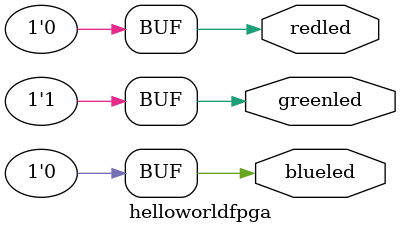
<source format=v>
/*Program for keeping  LED on
January 17,2021
Revised April 23,2022
Code by G V V Sharma
Released under GNU GPL
*/

module helloworldfpga(
    output reg redled,
    output reg greenled,
    output reg blueled
);

// Turn on the LEDs continuously
assign    redled = 0;    // Keep red LED on
assign        greenled = 1;  // Keep green LED on
assign        blueled = 0;   // Keep blue LED on

endmodule



</source>
